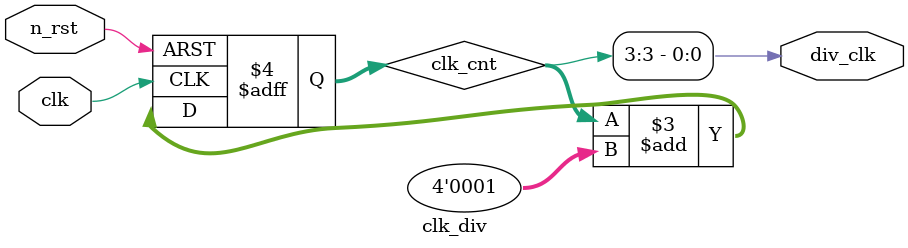
<source format=v>
/*
    Writer: namu00
    Github: https://github.com/namu00/most_used_modules
*/

module clk_div #(
    parameter DIV_BY = 10
)(
    input clk,
    input n_rst,
    output div_clk
);
    localparam SIZE = $clog2(DIV_BY);

    reg [SIZE -1:0] clk_cnt; //just binary counter

    assign div_clk = clk_cnt[SIZE -1];
    always @(posedge clk or negedge n_rst)begin
        if(!n_rst) begin
            clk_cnt <= {SIZE{1'b0}};
        end

        else begin
            clk_cnt <= clk_cnt + {{{SIZE-1}{1'b0}},1'b1};
        end
    end
endmodule
</source>
